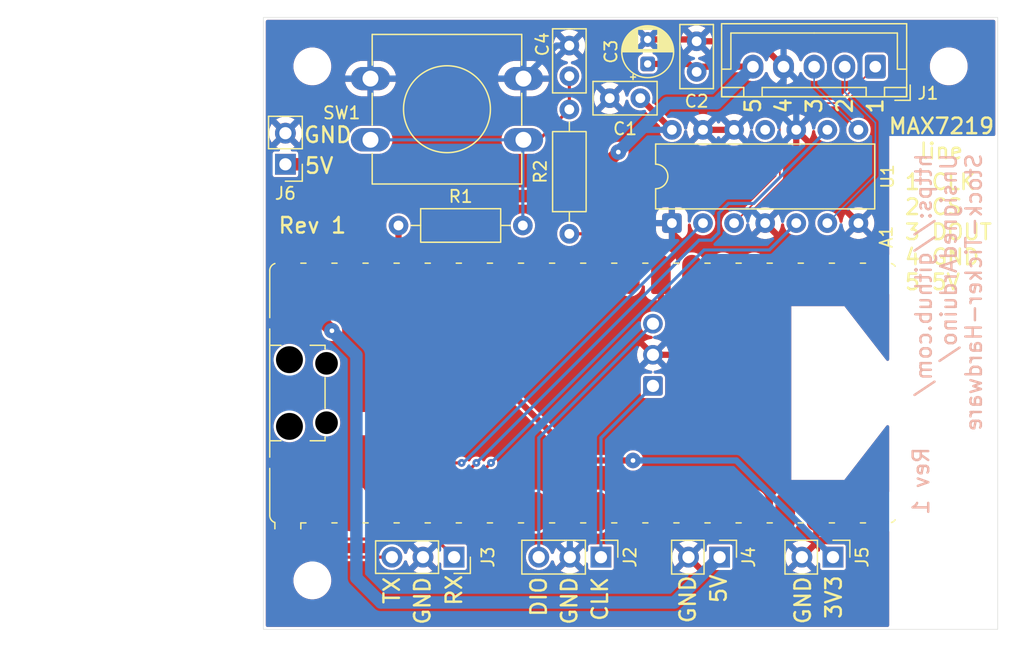
<source format=kicad_pcb>
(kicad_pcb (version 20241229) (generator "pcbnew") (generator_version "9.0")
  (title_block (title "Stock Ticker Hardware") (rev "${VERSION}"))
  (layers (0 "F.Cu" mixed) (2 "B.Cu" mixed) (13 "F.Paste" user) (15 "B.Paste" user) (5 "F.SilkS" user "F.Silkscreen") (7 "B.SilkS" user "B.Silkscreen") (1 "F.Mask" user) (3 "B.Mask" user) (25 "Edge.Cuts" user))
  (property "VERSION" "1")
  (net 0 "")
  (net 12 "/UART0_TX")
  (net 14 "GND")
  (net 16 "/CLK")
  (net 17 "/CS")
  (net 22 "Net-(A1-GPIO22)")
  (net 24 "+3.3V")
  (net 26 "/DOUT")
  (net 29 "/UART0_RX")
  (net 30 "/SWDIO")
  (net 32 "+5V")
  (net 33 "/SWCLK")
  (net 37 "Net-(J1-Pin_1)")
  (net 38 "Net-(J1-Pin_2)")
  (net 39 "Net-(J1-Pin_3)")
  (net 41 "Net-(C4-Pad1)")
  (footprint "Capacitor_THT:C_Disc_D5.0mm_W2.5mm_P2.50mm" (layer "F.Cu") (at 80.8 56.6 180)
    (property "Reference" "C1" (at 1.25 -2.5 0) (layer "F.SilkS"))
    (property "Value" "0.1 μF")
    (pad "1" thru_hole circle (at 0 0 180) (size 1.6 1.6) (drill 0.8) (layers "*.Cu" "*.Mask") (net 32 "+5V"))
    (pad "2" thru_hole circle (at 2.5 0 180) (size 1.6 1.6) (drill 0.8) (layers "*.Cu" "*.Mask") (net 14 "GND"))
  )
  (footprint "Capacitor_THT:CP_Radial_D4.0mm_P2.00mm" (layer "F.Cu") (at 81.4 53.8 90)
    (property "Reference" "C3" (at 1 -3 90) (layer "F.SilkS"))
    (property "Value" "10 μF")
    (pad "1" thru_hole roundrect (at 0 0 90) (size 1.2 1.2) (drill 0.6) (layers "*.Cu" "*.Mask") (roundrect_rratio 0.208333) (net 32 "+5V"))
    (pad "2" thru_hole circle (at 2 0 90) (size 1.2 1.2) (drill 0.6) (layers "*.Cu" "*.Mask") (net 14 "GND"))
  )
  (footprint "MountingHole:MountingHole_2.7mm_M2.5" (layer "F.Cu") (at 54 54)
    (property "Reference" "H1" (hide yes))
    (property "Value" "MountingHole")
    (pad "" np_thru_hole circle (at 0 0) (size 2.7 2.7) (drill 2.7) (layers "*.Cu" "*.Mask"))
  )
  (footprint "Capacitor_THT:C_Disc_D5.0mm_W2.5mm_P2.50mm" (layer "F.Cu") (at 75 54.8 90)
    (property "Reference" "C4" (at 2.6 -2.2 90) (layer "F.SilkS"))
    (property "Value" "0.1 μF")
    (pad "1" thru_hole circle (at 0 0 90) (size 1.6 1.6) (drill 0.8) (layers "*.Cu" "*.Mask") (net 41 "Net-(C4-Pad1)"))
    (pad "2" thru_hole circle (at 2.5 0 90) (size 1.6 1.6) (drill 0.8) (layers "*.Cu" "*.Mask") (net 14 "GND"))
  )
  (footprint "Connector_PinHeader_2.54mm:PinHeader_1x02_P2.54mm_Vertical" (layer "F.Cu") (at 87.275 94.1 -90)
    (property "Reference" "J4" (at 0 -2.38 90) (layer "F.SilkS"))
    (property "Value" "Conn_01x02_Pin")
    (pad "1" thru_hole rect (at 0 0 270) (size 1.7 1.7) (drill 1) (layers "*.Cu" "*.Mask") (net 32 "+5V"))
    (pad "2" thru_hole circle (at 0 2.54 270) (size 1.7 1.7) (drill 1) (layers "*.Cu" "*.Mask") (net 14 "GND"))
  )
  (footprint "Connector_JST:JST_XH_B5B-XH-A_1x05_P2.50mm_Vertical" (layer "F.Cu") (at 100 54.025 180)
    (property "Reference" "J1" (at -4.3 -2.175 0) (layer "F.SilkS"))
    (property "Value" "Conn_01x05_Socket")
    (pad "1" thru_hole roundrect (at 0 0 180) (size 1.7 1.95) (drill 0.95) (layers "*.Cu" "*.Mask") (roundrect_rratio 0.147059) (net 37 "Net-(J1-Pin_1)"))
    (pad "2" thru_hole oval (at 2.5 0 180) (size 1.7 1.95) (drill 0.95) (layers "*.Cu" "*.Mask") (net 38 "Net-(J1-Pin_2)"))
    (pad "3" thru_hole oval (at 5 0 180) (size 1.7 1.95) (drill 0.95) (layers "*.Cu" "*.Mask") (net 39 "Net-(J1-Pin_3)"))
    (pad "4" thru_hole oval (at 7.5 0 180) (size 1.7 1.95) (drill 0.95) (layers "*.Cu" "*.Mask") (net 14 "GND"))
    (pad "5" thru_hole oval (at 10 0 180) (size 1.7 1.95) (drill 0.95) (layers "*.Cu" "*.Mask") (net 32 "+5V"))
  )
  (footprint "Package_DIP:DIP-14_W7.62mm" (layer "F.Cu") (at 83.38 66.805 90)
    (property "Reference" "U1" (at 3.81 17.62 90) (layer "F.SilkS"))
    (property "Value" "74AHCT125")
    (pad "1" thru_hole roundrect (at 0 0 90) (size 1.6 1.6) (drill 0.8) (layers "*.Cu" "*.Mask") (roundrect_rratio 0.15625) (net 14 "GND"))
    (pad "2" thru_hole circle (at 0 2.54 90) (size 1.6 1.6) (drill 0.8) (layers "*.Cu" "*.Mask") (net 16 "/CLK"))
    (pad "3" thru_hole circle (at 0 5.08 90) (size 1.6 1.6) (drill 0.8) (layers "*.Cu" "*.Mask") (net 37 "Net-(J1-Pin_1)"))
    (pad "4" thru_hole circle (at 0 7.62 90) (size 1.6 1.6) (drill 0.8) (layers "*.Cu" "*.Mask") (net 14 "GND"))
    (pad "5" thru_hole circle (at 0 10.16 90) (size 1.6 1.6) (drill 0.8) (layers "*.Cu" "*.Mask") (net 17 "/CS"))
    (pad "6" thru_hole circle (at 0 12.7 90) (size 1.6 1.6) (drill 0.8) (layers "*.Cu" "*.Mask") (net 38 "Net-(J1-Pin_2)"))
    (pad "7" thru_hole circle (at 0 15.24 90) (size 1.6 1.6) (drill 0.8) (layers "*.Cu" "*.Mask") (net 14 "GND"))
    (pad "8" thru_hole circle (at 7.62 15.24 90) (size 1.6 1.6) (drill 0.8) (layers "*.Cu" "*.Mask") (net 39 "Net-(J1-Pin_3)"))
    (pad "9" thru_hole circle (at 7.62 12.7 90) (size 1.6 1.6) (drill 0.8) (layers "*.Cu" "*.Mask") (net 26 "/DOUT"))
    (pad "10" thru_hole circle (at 7.62 10.16 90) (size 1.6 1.6) (drill 0.8) (layers "*.Cu" "*.Mask") (net 14 "GND"))
    (pad "11" thru_hole circle (at 7.62 7.62 90) (size 1.6 1.6) (drill 0.8) (layers "*.Cu" "*.Mask"))
    (pad "12" thru_hole circle (at 7.62 5.08 90) (size 1.6 1.6) (drill 0.8) (layers "*.Cu" "*.Mask") (net 14 "GND"))
    (pad "13" thru_hole circle (at 7.62 2.54 90) (size 1.6 1.6) (drill 0.8) (layers "*.Cu" "*.Mask") (net 14 "GND"))
    (pad "14" thru_hole circle (at 7.62 0 90) (size 1.6 1.6) (drill 0.8) (layers "*.Cu" "*.Mask") (net 32 "+5V"))
  )
  (footprint "MountingHole:MountingHole_2.7mm_M2.5" (layer "F.Cu") (at 54 96)
    (property "Reference" "H3" (hide yes))
    (property "Value" "MountingHole")
    (pad "" np_thru_hole circle (at 0 0) (size 2.7 2.7) (drill 2.7) (layers "*.Cu" "*.Mask"))
  )
  (footprint "MountingHole:MountingHole_2.7mm_M2.5" (layer "F.Cu") (at 106 54)
    (property "Reference" "H2" (hide yes))
    (property "Value" "MountingHole")
    (pad "" np_thru_hole circle (at 0 0) (size 2.7 2.7) (drill 2.7) (layers "*.Cu" "*.Mask"))
  )
  (footprint "Connector_PinHeader_2.54mm:PinHeader_1x02_P2.54mm_Vertical" (layer "F.Cu") (at 96.54 94.1 -90)
    (property "Reference" "J5" (at 0 -2.38 90) (layer "F.SilkS"))
    (property "Value" "Conn_01x02_Pin")
    (pad "1" thru_hole rect (at 0 0 270) (size 1.7 1.7) (drill 1) (layers "*.Cu" "*.Mask") (net 24 "+3.3V"))
    (pad "2" thru_hole circle (at 0 2.54 270) (size 1.7 1.7) (drill 1) (layers "*.Cu" "*.Mask") (net 14 "GND"))
  )
  (footprint "Capacitor_THT:C_Disc_D5.0mm_W2.5mm_P2.50mm" (layer "F.Cu") (at 85.4 54.45 90)
    (property "Reference" "C2" (at -2.4 0 180) (layer "F.SilkS"))
    (property "Value" "0.1 μF")
    (pad "1" thru_hole circle (at 0 0 90) (size 1.6 1.6) (drill 0.8) (layers "*.Cu" "*.Mask") (net 32 "+5V"))
    (pad "2" thru_hole circle (at 2.5 0 90) (size 1.6 1.6) (drill 0.8) (layers "*.Cu" "*.Mask") (net 14 "GND"))
  )
  (footprint "Connector_PinHeader_2.54mm:PinHeader_1x03_P2.54mm_Vertical" (layer "F.Cu") (at 77.58 94.1 -90)
    (property "Reference" "J2" (at 0 -2.38 90) (layer "F.SilkS"))
    (property "Value" "Conn_01x03_Pin")
    (pad "1" thru_hole rect (at 0 0 270) (size 1.7 1.7) (drill 1) (layers "*.Cu" "*.Mask") (net 33 "/SWCLK"))
    (pad "2" thru_hole circle (at 0 2.54 270) (size 1.7 1.7) (drill 1) (layers "*.Cu" "*.Mask") (net 14 "GND"))
    (pad "3" thru_hole circle (at 0 5.08 270) (size 1.7 1.7) (drill 1) (layers "*.Cu" "*.Mask") (net 30 "/SWDIO"))
  )
  (footprint "Resistor_THT:R_Axial_DIN0207_L6.3mm_D2.5mm_P10.16mm_Horizontal" (layer "F.Cu") (at 61.04 67)
    (property "Reference" "R1" (at 5.08 -2.37 0) (layer "F.SilkS"))
    (property "Value" "10 kΩ")
    (pad "1" thru_hole circle (at 0 0) (size 1.6 1.6) (drill 0.8) (layers "*.Cu" "*.Mask") (net 24 "+3.3V"))
    (pad "2" thru_hole circle (at 10.16 0) (size 1.6 1.6) (drill 0.8) (layers "*.Cu" "*.Mask") (net 41 "Net-(C4-Pad1)"))
  )
  (footprint "Resistor_THT:R_Axial_DIN0207_L6.3mm_D2.5mm_P10.16mm_Horizontal" (layer "F.Cu") (at 75 67.68 90)
    (property "Reference" "R2" (at 5.08 -2.37 90) (layer "F.SilkS"))
    (property "Value" "1 kΩ")
    (pad "1" thru_hole circle (at 0 0 90) (size 1.6 1.6) (drill 0.8) (layers "*.Cu" "*.Mask") (net 22 "Net-(A1-GPIO22)"))
    (pad "2" thru_hole circle (at 10.16 0 90) (size 1.6 1.6) (drill 0.8) (layers "*.Cu" "*.Mask") (net 41 "Net-(C4-Pad1)"))
  )
  (footprint "MountingHole:MountingHole_2.7mm_M2.5" (layer "F.Cu") (at 107 96)
    (property "Reference" "H4" (hide yes))
    (property "Value" "MountingHole")
    (pad "" np_thru_hole circle (at 0 0) (size 2.7 2.7) (drill 2.7) (layers "*.Cu" "*.Mask"))
  )
  (footprint "Connector_PinSocket_2.54mm:PinSocket_1x03_P2.54mm_Vertical" (layer "F.Cu") (at 65.58 94.1 -90)
    (property "Reference" "J3" (at 0 -2.77 90) (layer "F.SilkS"))
    (property "Value" "Conn_01x03_Socket")
    (pad "1" thru_hole rect (at 0 0 270) (size 1.7 1.7) (drill 1) (layers "*.Cu" "*.Mask") (net 29 "/UART0_RX"))
    (pad "2" thru_hole circle (at 0 2.54 270) (size 1.7 1.7) (drill 1) (layers "*.Cu" "*.Mask") (net 14 "GND"))
    (pad "3" thru_hole circle (at 0 5.08 270) (size 1.7 1.7) (drill 1) (layers "*.Cu" "*.Mask") (net 12 "/UART0_TX"))
  )
  (footprint "Module:RaspberryPi_Pico_W_SMD_HandSolder" (layer "F.Cu") (at 76.13 80.69 90)
    (property "Reference" "A1" (at 11.7475 24.765 90) (layer "F.SilkS") (effects (justify left)))
    (property "Value" "RaspberryPi_Pico_W")
    (pad "" smd rect (at -8.89 -24.13 90) (size 3.8 2.2) (drill (offset -0.8 0)) (layers "F.Paste"))
    (pad "" smd rect (at -8.89 -21.59 90) (size 3.8 2.2) (drill (offset -0.8 0)) (layers "F.Paste"))
    (pad "" smd rect (at -8.89 -19.05 90) (size 3.8 2.2) (drill (offset -0.8 0)) (layers "F.Paste"))
    (pad "" smd rect (at -8.89 -16.51 90) (size 3.8 2.2) (drill (offset -0.8 0)) (layers "F.Paste"))
    (pad "" smd rect (at -8.89 -13.97 90) (size 3.8 2.2) (drill (offset -0.8 0)) (layers "F.Paste"))
    (pad "" smd rect (at -8.89 -11.43 90) (size 3.8 2.2) (drill (offset -0.8 0)) (layers "F.Paste"))
    (pad "" smd rect (at -8.89 -8.89 90) (size 3.8 2.2) (drill (offset -0.8 0)) (layers "F.Paste"))
    (pad "" smd rect (at -8.89 -6.35 90) (size 3.8 2.2) (drill (offset -0.8 0)) (layers "F.Paste"))
    (pad "" smd rect (at -8.89 -3.81 90) (size 3.8 2.2) (drill (offset -0.8 0)) (layers "F.Paste"))
    (pad "" smd rect (at -8.89 -1.27 90) (size 3.8 2.2) (drill (offset -0.8 0)) (layers "F.Paste"))
    (pad "" smd rect (at -8.89 1.27 90) (size 3.8 2.2) (drill (offset -0.8 0)) (layers "F.Paste"))
    (pad "" smd rect (at -8.89 3.81 90) (size 3.8 2.2) (drill (offset -0.8 0)) (layers "F.Paste"))
    (pad "" smd rect (at -8.89 6.35 90) (size 3.8 2.2) (drill (offset -0.8 0)) (layers "F.Paste"))
    (pad "" smd rect (at -8.89 8.89 90) (size 3.8 2.2) (drill (offset -0.8 0)) (layers "F.Paste"))
    (pad "" smd rect (at -8.89 11.43 90) (size 3.8 2.2) (drill (offset -0.8 0)) (layers "F.Paste"))
    (pad "" smd rect (at -8.89 13.97 90) (size 3.8 2.2) (drill (offset -0.8 0)) (layers "F.Paste"))
    (pad "" smd rect (at -8.89 16.51 90) (size 3.8 2.2) (drill (offset -0.8 0)) (layers "F.Paste"))
    (pad "" smd rect (at -8.89 19.05 90) (size 3.8 2.2) (drill (offset -0.8 0)) (layers "F.Paste"))
    (pad "" smd rect (at -8.89 21.59 90) (size 3.8 2.2) (drill (offset -0.8 0)) (layers "F.Paste"))
    (pad "" smd rect (at -8.89 24.13 90) (size 3.8 2.2) (drill (offset -0.8 0)) (layers "F.Paste"))
    (pad "" np_thru_hole circle (at -2.725 -24 90) (size 2.2 2.2) (drill 2.2) (layers "*.Mask"))
    (pad "" np_thru_hole circle (at -2.425 -20.97 90) (size 1.85 1.85) (drill 1.85) (layers "*.Mask"))
    (pad "" np_thru_hole circle (at 2.425 -20.97 90) (size 1.85 1.85) (drill 1.85) (layers "*.Mask"))
    (pad "" np_thru_hole circle (at 2.725 -24 90) (size 2.2 2.2) (drill 2.2) (layers "*.Mask"))
    (pad "" smd rect (at 8.89 -24.13 90) (size 3.8 2.2) (drill (offset 0.8 0)) (layers "F.Paste"))
    (pad "" smd rect (at 8.89 -21.59 90) (size 3.8 2.2) (drill (offset 0.8 0)) (layers "F.Paste"))
    (pad "" smd rect (at 8.89 -19.05 90) (size 3.8 2.2) (drill (offset 0.8 0)) (layers "F.Paste"))
    (pad "" smd rect (at 8.89 -16.51 90) (size 3.8 2.2) (drill (offset 0.8 0)) (layers "F.Paste"))
    (pad "" smd rect (at 8.89 -13.97 90) (size 3.8 2.2) (drill (offset 0.8 0)) (layers "F.Paste"))
    (pad "" smd rect (at 8.89 -11.43 90) (size 3.8 2.2) (drill (offset 0.8 0)) (layers "F.Paste"))
    (pad "" smd rect (at 8.89 -8.89 90) (size 3.8 2.2) (drill (offset 0.8 0)) (layers "F.Paste"))
    (pad "" smd rect (at 8.89 -6.35 90) (size 3.8 2.2) (drill (offset 0.8 0)) (layers "F.Paste"))
    (pad "" smd rect (at 8.89 -3.81 90) (size 3.8 2.2) (drill (offset 0.8 0)) (layers "F.Paste"))
    (pad "" smd rect (at 8.89 -1.27 90) (size 3.8 2.2) (drill (offset 0.8 0)) (layers "F.Paste"))
    (pad "" smd rect (at 8.89 1.27 90) (size 3.8 2.2) (drill (offset 0.8 0)) (layers "F.Paste"))
    (pad "" smd rect (at 8.89 3.81 90) (size 3.8 2.2) (drill (offset 0.8 0)) (layers "F.Paste"))
    (pad "" smd rect (at 8.89 6.35 90) (size 3.8 2.2) (drill (offset 0.8 0)) (layers "F.Paste"))
    (pad "" smd rect (at 8.89 8.89 90) (size 3.8 2.2) (drill (offset 0.8 0)) (layers "F.Paste"))
    (pad "" smd rect (at 8.89 11.43 90) (size 3.8 2.2) (drill (offset 0.8 0)) (layers "F.Paste"))
    (pad "" smd rect (at 8.89 13.97 90) (size 3.8 2.2) (drill (offset 0.8 0)) (layers "F.Paste"))
    (pad "" smd rect (at 8.89 16.51 90) (size 3.8 2.2) (drill (offset 0.8 0)) (layers "F.Paste"))
    (pad "" smd rect (at 8.89 19.05 90) (size 3.8 2.2) (drill (offset 0.8 0)) (layers "F.Paste"))
    (pad "" smd rect (at 8.89 21.59 90) (size 3.8 2.2) (drill (offset 0.8 0)) (layers "F.Paste"))
    (pad "" smd rect (at 8.89 24.13 90) (size 3.8 2.2) (drill (offset 0.8 0)) (layers "F.Paste"))
    (pad "1" smd custom (at -9.69 -24.13 90) (size 1.6 0.8) (layers "F.Cu" "F.Mask") (net 12 "/UART0_TX") (options (clearance outline) (anchor rect)) (primitives (gr_circle (center 0.8 0) (end 1.6 0) (width 0) (fill yes)) (gr_poly (pts (xy -1.6 -0.6) (xy -1.6 0.6) (xy -1.4 0.8) (xy 0.8 0.8) (xy 0.8 -0.8) (xy -1.4 -0.8)) (width 0) (fill yes)) (gr_circle (center -1.4 -0.6) (end -1.2 -0.6) (width 0) (fill yes)) (gr_circle (center -1.4 0.6) (end -1.2 0.6) (width 0) (fill yes))))
    (pad "2" smd roundrect (at -9.69 -21.59 90) (size 3.2 1.6) (layers "F.Cu" "F.Mask") (roundrect_rratio 0.5) (net 29 "/UART0_RX"))
    (pad "3" smd custom (at -9.69 -19.05 90) (size 1.6 0.8) (layers "F.Cu" "F.Mask") (net 14 "GND") (options (clearance outline) (anchor rect)) (primitives (gr_circle (center -0.8 0) (end 0 0) (width 0) (fill yes)) (gr_poly (pts (xy 1.6 -0.6) (xy 1.6 0.6) (xy 1.4 0.8) (xy -0.8 0.8) (xy -0.8 -0.8) (xy 1.4 -0.8)) (width 0) (fill yes)) (gr_circle (center 1.4 -0.6) (end 1.6 -0.6) (width 0) (fill yes)) (gr_circle (center 1.4 0.6) (end 1.6 0.6) (width 0) (fill yes))))
    (pad "4" smd roundrect (at -9.69 -16.51 90) (size 3.2 1.6) (layers "F.Cu" "F.Mask") (roundrect_rratio 0.5) (net 16 "/CLK"))
    (pad "5" smd roundrect (at -9.69 -13.97 90) (size 3.2 1.6) (layers "F.Cu" "F.Mask") (roundrect_rratio 0.5) (net 26 "/DOUT"))
    (pad "6" smd roundrect (at -9.69 -11.43 90) (size 3.2 1.6) (layers "F.Cu" "F.Mask") (roundrect_rratio 0.5))
    (pad "7" smd roundrect (at -9.69 -8.89 90) (size 3.2 1.6) (layers "F.Cu" "F.Mask") (roundrect_rratio 0.5) (net 17 "/CS"))
    (pad "8" smd custom (at -9.69 -6.35 90) (size 1.6 0.8) (layers "F.Cu" "F.Mask") (net 14 "GND") (options (clearance outline) (anchor rect)) (primitives (gr_circle (center -0.8 0) (end 0 0) (width 0) (fill yes)) (gr_poly (pts (xy 1.6 -0.6) (xy 1.6 0.6) (xy 1.4 0.8) (xy -0.8 0.8) (xy -0.8 -0.8) (xy 1.4 -0.8)) (width 0) (fill yes)) (gr_circle (center 1.4 -0.6) (end 1.6 -0.6) (width 0) (fill yes)) (gr_circle (center 1.4 0.6) (end 1.6 0.6) (width 0) (fill yes))))
    (pad "9" smd roundrect (at -9.69 -3.81 90) (size 3.2 1.6) (layers "F.Cu" "F.Mask") (roundrect_rratio 0.5))
    (pad "10" smd roundrect (at -9.69 -1.27 90) (size 3.2 1.6) (layers "F.Cu" "F.Mask") (roundrect_rratio 0.5))
    (pad "11" smd roundrect (at -9.69 1.27 90) (size 3.2 1.6) (layers "F.Cu" "F.Mask") (roundrect_rratio 0.5))
    (pad "12" smd roundrect (at -9.69 3.81 90) (size 3.2 1.6) (layers "F.Cu" "F.Mask") (roundrect_rratio 0.5))
    (pad "13" smd custom (at -9.69 6.35 90) (size 1.6 0.8) (layers "F.Cu" "F.Mask") (net 14 "GND") (options (clearance outline) (anchor rect)) (primitives (gr_circle (center -0.8 0) (end 0 0) (width 0) (fill yes)) (gr_poly (pts (xy 1.6 -0.6) (xy 1.6 0.6) (xy 1.4 0.8) (xy -0.8 0.8) (xy -0.8 -0.8) (xy 1.4 -0.8)) (width 0) (fill yes)) (gr_circle (center 1.4 -0.6) (end 1.6 -0.6) (width 0) (fill yes)) (gr_circle (center 1.4 0.6) (end 1.6 0.6) (width 0) (fill yes))))
    (pad "14" smd roundrect (at -9.69 8.89 90) (size 3.2 1.6) (layers "F.Cu" "F.Mask") (roundrect_rratio 0.5))
    (pad "15" smd roundrect (at -9.69 11.43 90) (size 3.2 1.6) (layers "F.Cu" "F.Mask") (roundrect_rratio 0.5))
    (pad "16" smd roundrect (at -9.69 13.97 90) (size 3.2 1.6) (layers "F.Cu" "F.Mask") (roundrect_rratio 0.5))
    (pad "17" smd roundrect (at -9.69 16.51 90) (size 3.2 1.6) (layers "F.Cu" "F.Mask") (roundrect_rratio 0.5))
    (pad "18" smd custom (at -9.69 19.05 90) (size 1.6 0.8) (layers "F.Cu" "F.Mask") (net 14 "GND") (options (clearance outline) (anchor rect)) (primitives (gr_circle (center -0.8 0) (end 0 0) (width 0) (fill yes)) (gr_poly (pts (xy 1.6 -0.6) (xy 1.6 0.6) (xy 1.4 0.8) (xy -0.8 0.8) (xy -0.8 -0.8) (xy 1.4 -0.8)) (width 0) (fill yes)) (gr_circle (center 1.4 -0.6) (end 1.6 -0.6) (width 0) (fill yes)) (gr_circle (center 1.4 0.6) (end 1.6 0.6) (width 0) (fill yes))))
    (pad "19" smd roundrect (at -9.69 21.59 90) (size 3.2 1.6) (layers "F.Cu" "F.Mask") (roundrect_rratio 0.5))
    (pad "20" smd roundrect (at -9.69 24.13 90) (size 3.2 1.6) (layers "F.Cu" "F.Mask") (roundrect_rratio 0.5))
    (pad "21" smd roundrect (at 9.69 24.13 90) (size 3.2 1.6) (layers "F.Cu" "F.Mask") (roundrect_rratio 0.5))
    (pad "22" smd roundrect (at 9.69 21.59 90) (size 3.2 1.6) (layers "F.Cu" "F.Mask") (roundrect_rratio 0.5))
    (pad "23" smd custom (at 9.69 19.05 90) (size 1.6 0.8) (layers "F.Cu" "F.Mask") (net 14 "GND") (options (clearance outline) (anchor rect)) (primitives (gr_circle (center 0.8 0) (end 1.6 0) (width 0) (fill yes)) (gr_poly (pts (xy -1.6 -0.6) (xy -1.6 0.6) (xy -1.4 0.8) (xy 0.8 0.8) (xy 0.8 -0.8) (xy -1.4 -0.8)) (width 0) (fill yes)) (gr_circle (center -1.4 -0.6) (end -1.2 -0.6) (width 0) (fill yes)) (gr_circle (center -1.4 0.6) (end -1.2 0.6) (width 0) (fill yes))))
    (pad "24" smd roundrect (at 9.69 16.51 90) (size 3.2 1.6) (layers "F.Cu" "F.Mask") (roundrect_rratio 0.5))
    (pad "25" smd roundrect (at 9.69 13.97 90) (size 3.2 1.6) (layers "F.Cu" "F.Mask") (roundrect_rratio 0.5))
    (pad "26" smd roundrect (at 9.69 11.43 90) (size 3.2 1.6) (layers "F.Cu" "F.Mask") (roundrect_rratio 0.5))
    (pad "27" smd roundrect (at 9.69 8.89 90) (size 3.2 1.6) (layers "F.Cu" "F.Mask") (roundrect_rratio 0.5))
    (pad "28" smd custom (at 9.69 6.35 90) (size 1.6 0.8) (layers "F.Cu" "F.Mask") (net 14 "GND") (options (clearance outline) (anchor rect)) (primitives (gr_circle (center 0.8 0) (end 1.6 0) (width 0) (fill yes)) (gr_poly (pts (xy -1.6 -0.6) (xy -1.6 0.6) (xy -1.4 0.8) (xy 0.8 0.8) (xy 0.8 -0.8) (xy -1.4 -0.8)) (width 0) (fill yes)) (gr_circle (center -1.4 -0.6) (end -1.2 -0.6) (width 0) (fill yes)) (gr_circle (center -1.4 0.6) (end -1.2 0.6) (width 0) (fill yes))))
    (pad "29" smd roundrect (at 9.69 3.81 90) (size 3.2 1.6) (layers "F.Cu" "F.Mask") (roundrect_rratio 0.5) (net 22 "Net-(A1-GPIO22)"))
    (pad "30" smd roundrect (at 9.69 1.27 90) (size 3.2 1.6) (layers "F.Cu" "F.Mask") (roundrect_rratio 0.5))
    (pad "31" smd roundrect (at 9.69 -1.27 90) (size 3.2 1.6) (layers "F.Cu" "F.Mask") (roundrect_rratio 0.5))
    (pad "32" smd roundrect (at 9.69 -3.81 90) (size 3.2 1.6) (layers "F.Cu" "F.Mask") (roundrect_rratio 0.5))
    (pad "33" smd custom (at 9.69 -6.35 90) (size 1.6 0.8) (layers "F.Cu" "F.Mask") (options (clearance outline) (anchor rect)) (primitives (gr_circle (center 0.8 0) (end 1.6 0) (width 0) (fill yes)) (gr_poly (pts (xy -1.6 -0.6) (xy -1.6 0.6) (xy -1.4 0.8) (xy 0.8 0.8) (xy 0.8 -0.8) (xy -1.4 -0.8)) (width 0) (fill yes)) (gr_circle (center -1.4 -0.6) (end -1.2 -0.6) (width 0) (fill yes)) (gr_circle (center -1.4 0.6) (end -1.2 0.6) (width 0) (fill yes))))
    (pad "34" smd roundrect (at 9.69 -8.89 90) (size 3.2 1.6) (layers "F.Cu" "F.Mask") (roundrect_rratio 0.5))
    (pad "35" smd roundrect (at 9.69 -11.43 90) (size 3.2 1.6) (layers "F.Cu" "F.Mask") (roundrect_rratio 0.5))
    (pad "36" smd roundrect (at 9.69 -13.97 90) (size 3.2 1.6) (layers "F.Cu" "F.Mask") (roundrect_rratio 0.5) (net 24 "+3.3V"))
    (pad "37" smd roundrect (at 9.69 -16.51 90) (size 3.2 1.6) (layers "F.Cu" "F.Mask") (roundrect_rratio 0.5))
    (pad "38" smd custom (at 9.69 -19.05 90) (size 1.6 0.8) (layers "F.Cu" "F.Mask") (net 14 "GND") (options (clearance outline) (anchor rect)) (primitives (gr_circle (center 0.8 0) (end 1.6 0) (width 0) (fill yes)) (gr_poly (pts (xy -1.6 -0.6) (xy -1.6 0.6) (xy -1.4 0.8) (xy 0.8 0.8) (xy 0.8 -0.8) (xy -1.4 -0.8)) (width 0) (fill yes)) (gr_circle (center -1.4 -0.6) (end -1.2 -0.6) (width 0) (fill yes)) (gr_circle (center -1.4 0.6) (end -1.2 0.6) (width 0) (fill yes))))
    (pad "39" smd roundrect (at 9.69 -21.59 90) (size 3.2 1.6) (layers "F.Cu" "F.Mask") (roundrect_rratio 0.5))
    (pad "40" smd roundrect (at 9.69 -24.13 90) (size 3.2 1.6) (layers "F.Cu" "F.Mask") (roundrect_rratio 0.5) (net 32 "+5V"))
    (pad "D1" thru_hole roundrect (at 0.5841 5.7 90) (size 1.6 1.6) (drill 1) (layers "*.Cu" "*.Mask") (roundrect_rratio 0.125) (net 33 "/SWCLK"))
    (pad "D2" thru_hole circle (at 3.1241 5.7 90) (size 1.6 1.6) (drill 1) (layers "*.Cu" "*.Mask") (net 14 "GND"))
    (pad "D3" thru_hole circle (at 5.6641 5.7 90) (size 1.6 1.6) (drill 1) (layers "*.Cu" "*.Mask") (net 30 "/SWDIO"))
    (zone (net 0) (net_name "") (layers "F.Cu" "B.Cu" "F.Paste" "B.Paste") (name "RF Copper Keep Out") (connect_pads (clearance 0)) (min_thickness 0.254)
      (keepout (tracks not_allowed) (vias not_allowed) (pads not_allowed) (copperpour not_allowed) (footprints not_allowed))
      (fill (thermal_gap 0.508) (thermal_bridge_width 0.508))
      (polygon (pts (xy 101.13 101.69) (xy 101.13 59.69) (xy 111.13 59.69) (xy 111.13 101.69)))
    )
    (zone (net 0) (net_name "") (layers "F.Cu" "B.Cu" "F.Paste" "B.Paste") (name "Antenna Copper Keep Out") (connect_pads (clearance 0)) (min_thickness 0.254)
      (keepout (tracks not_allowed) (vias not_allowed) (pads not_allowed) (copperpour not_allowed) (footprints not_allowed))
      (fill (thermal_gap 0.508) (thermal_bridge_width 0.508))
      (polygon (pts (xy 101.119895 83.09) (xy 97.469895 87.79) (xy 93.13 87.79) (xy 93.13 73.59) (xy 97.469895 73.59) (xy 101.119895 78.29) (xy 101.13 78.29) (xy 101.13 83.09)))
    )
    (zone (net 0) (net_name "") (layers "F.Cu" "F.Paste") (name "Pad Keep Out TP3") (connect_pads (clearance 0)) (min_thickness 0.25)
      (keepout (tracks not_allowed) (vias not_allowed) (pads not_allowed) (copperpour not_allowed) (footprints allowed))
      (fill (thermal_gap 0.5) (thermal_bridge_width 0.5))
      (polygon (pts (xy 51.314455 82.637861) (xy 51.187833 82.603932) (xy 51.074306 82.538388) (xy 50.981612 82.445694) (xy 50.916068 82.332167) (xy 50.882139 82.205545) (xy 50.88 82.14) (xy 50.88 81.69) (xy 52.78 81.69) (xy 52.78 82.14) (xy 52.777861 82.205545) (xy 52.743932 82.332167) (xy 52.678388 82.445694) (xy 52.585694 82.538388) (xy 52.472167 82.603932) (xy 52.345545 82.637861) (xy 52.28 82.64) (xy 51.38 82.64)))
    )
    (zone (net 0) (net_name "") (layers "F.Cu" "F.Paste") (name "Pad Keep Out TP2") (connect_pads (clearance 0)) (min_thickness 0.25)
      (keepout (tracks not_allowed) (vias not_allowed) (pads not_allowed) (copperpour not_allowed) (footprints allowed))
      (fill (thermal_gap 0.5) (thermal_bridge_width 0.5))
      (polygon (pts (xy 51.329455 80.637861) (xy 51.202833 80.603932) (xy 51.089306 80.538388) (xy 50.996612 80.445694) (xy 50.931068 80.332167) (xy 50.897139 80.205545) (xy 50.895 80.14) (xy 50.895 79.69) (xy 52.795 79.69) (xy 52.795 80.14) (xy 52.792861 80.205545) (xy 52.758932 80.332167) (xy 52.693388 80.445694) (xy 52.600694 80.538388) (xy 52.487167 80.603932) (xy 52.360545 80.637861) (xy 52.295 80.64) (xy 51.395 80.64)))
    )
    (zone (net 0) (net_name "") (layers "F.Cu" "F.Paste") (name "Pad Keep Out TP3") (connect_pads (clearance 0)) (min_thickness 0.25)
      (keepout (tracks not_allowed) (vias not_allowed) (pads not_allowed) (copperpour not_allowed) (footprints allowed))
      (fill (thermal_gap 0.5) (thermal_bridge_width 0.5))
      (polygon (pts (xy 52.78 81.69) (xy 52.78 81.24) (xy 52.777861 81.174455) (xy 52.743933 81.047833) (xy 52.678388 80.934306) (xy 52.585694 80.841612) (xy 52.472167 80.776067) (xy 52.345545 80.742139) (xy 52.28 80.74) (xy 51.38 80.74) (xy 51.314455 80.742139) (xy 51.187833 80.776067) (xy 51.074306 80.841612) (xy 50.981612 80.934306) (xy 50.916067 81.047833) (xy 50.882139 81.174455) (xy 50.88 81.24) (xy 50.88 81.69)))
    )
    (zone (net 0) (net_name "") (layers "F.Cu" "F.Paste") (name "Pad Keep Out TP2") (connect_pads (clearance 0)) (min_thickness 0.25)
      (keepout (tracks not_allowed) (vias not_allowed) (pads not_allowed) (copperpour not_allowed) (footprints allowed))
      (fill (thermal_gap 0.5) (thermal_bridge_width 0.5))
      (polygon (pts (xy 52.795 79.69) (xy 52.795 79.24) (xy 52.792861 79.174455) (xy 52.758933 79.047833) (xy 52.693388 78.934306) (xy 52.600694 78.841612) (xy 52.487167 78.776067) (xy 52.360545 78.742139) (xy 52.295 78.74) (xy 51.395 78.74) (xy 51.329455 78.742139) (xy 51.202833 78.776067) (xy 51.089306 78.841612) (xy 50.996612 78.934306) (xy 50.931067 79.047833) (xy 50.897139 79.174455) (xy 50.895 79.24) (xy 50.895 79.69)))
    )
    (zone (net 0) (net_name "") (layers "F.Cu" "F.Paste") (name "Pad Keep Out TP1") (connect_pads (clearance 0)) (min_thickness 0.25)
      (keepout (tracks not_allowed) (vias not_allowed) (pads not_allowed) (copperpour not_allowed) (footprints allowed))
      (fill (thermal_gap 0.5) (thermal_bridge_width 0.5))
      (polygon (pts (xy 54.614455 81.637861) (xy 54.487833 81.603932) (xy 54.374306 81.538388) (xy 54.281612 81.445694) (xy 54.216068 81.332167) (xy 54.182139 81.205545) (xy 54.18 81.14) (xy 54.18 80.69) (xy 56.08 80.69) (xy 56.08 81.14) (xy 56.077861 81.205545) (xy 56.043932 81.332167) (xy 55.978388 81.445694) (xy 55.885694 81.538388) (xy 55.772167 81.603932) (xy 55.645545 81.637861) (xy 55.58 81.64) (xy 54.68 81.64)))
    )
    (zone (net 0) (net_name "") (layers "F.Cu" "F.Paste") (name "Pad Keep Out TP1") (connect_pads (clearance 0)) (min_thickness 0.25)
      (keepout (tracks not_allowed) (vias not_allowed) (pads not_allowed) (copperpour not_allowed) (footprints allowed))
      (fill (thermal_gap 0.5) (thermal_bridge_width 0.5))
      (polygon (pts (xy 56.08 80.69) (xy 56.08 80.24) (xy 56.077861 80.174455) (xy 56.043933 80.047833) (xy 55.978388 79.934306) (xy 55.885694 79.841612) (xy 55.772167 79.776067) (xy 55.645545 79.742139) (xy 55.58 79.74) (xy 54.68 79.74) (xy 54.614455 79.742139) (xy 54.487833 79.776067) (xy 54.374306 79.841612) (xy 54.281612 79.934306) (xy 54.216067 80.047833) (xy 54.182139 80.174455) (xy 54.18 80.24) (xy 54.18 80.69)))
    )
    (zone (net 0) (net_name "") (layers "F.Cu" "F.Paste") (name "Pad Keep Out TP4") (connect_pads (clearance 0)) (min_thickness 0.25)
      (keepout (tracks not_allowed) (vias not_allowed) (pads not_allowed) (copperpour not_allowed) (footprints allowed))
      (fill (thermal_gap 0.5) (thermal_bridge_width 0.5))
      (polygon (pts (xy 61.88 82.24) (xy 58.18 82.24) (xy 58.114455 82.242139) (xy 57.987833 82.276067) (xy 57.874306 82.341612) (xy 57.781612 82.434306) (xy 57.716067 82.547833) (xy 57.682139 82.674455) (xy 57.68 82.74) (xy 57.68 83.64) (xy 57.682139 83.705545) (xy 57.716067 83.832167) (xy 57.781612 83.945694) (xy 57.874306 84.038388) (xy 57.987833 84.103933) (xy 58.114455 84.137861) (xy 58.18 84.14) (xy 61.88 84.14)))
    )
    (zone (net 0) (net_name "") (layers "F.Cu" "F.Paste") (name "Pad Keep Out TP6") (connect_pads (clearance 0)) (min_thickness 0.25)
      (keepout (tracks not_allowed) (vias not_allowed) (pads not_allowed) (copperpour not_allowed) (footprints allowed))
      (fill (thermal_gap 0.5) (thermal_bridge_width 0.5))
      (polygon (pts (xy 66.077861 83.705545) (xy 66.043932 83.832167) (xy 65.978388 83.945694) (xy 65.885694 84.038388) (xy 65.772167 84.103932) (xy 65.645545 84.137861) (xy 65.58 84.14) (xy 61.88 84.14) (xy 61.88 82.24) (xy 65.58 82.24) (xy 65.645545 82.242139) (xy 65.772167 82.276068) (xy 65.885694 82.341612) (xy 65.978388 82.434306) (xy 66.043932 82.547833) (xy 66.077861 82.674455) (xy 66.08 82.74) (xy 66.08 83.64)))
    )
  )
  (footprint "Button_Switch_THT:SW_PUSH-12mm" (layer "F.Cu") (at 71.25 60 180)
    (property "Reference" "SW1" (at 14.85 2.2 0) (layer "F.SilkS"))
    (property "Value" "SW_Push")
    (pad "1" thru_hole oval (at 0 0 180) (size 3.2 1.9) (drill 1.3) (layers "*.Cu" "*.Mask") (net 41 "Net-(C4-Pad1)"))
    (pad "1" thru_hole oval (at 12.5 0 180) (size 3.2 1.9) (drill 1.3) (layers "*.Cu" "*.Mask") (net 41 "Net-(C4-Pad1)"))
    (pad "2" thru_hole oval (at 0 5 180) (size 3.2 1.9) (drill 1.3) (layers "*.Cu" "*.Mask") (net 14 "GND"))
    (pad "2" thru_hole oval (at 12.5 5 180) (size 3.2 1.9) (drill 1.3) (layers "*.Cu" "*.Mask") (net 14 "GND"))
  )
  (footprint "Connector_PinHeader_2.54mm:PinHeader_1x02_P2.54mm_Vertical" (layer "F.Cu") (at 51.8 62 180)
    (property "Reference" "J6" (at 0 -2.38 0) (layer "F.SilkS"))
    (property "Value" "Conn_01x02_Pin")
    (pad "1" thru_hole rect (at 0 0 180) (size 1.7 1.7) (drill 1) (layers "*.Cu" "*.Mask") (net 32 "+5V"))
    (pad "2" thru_hole circle (at 0 2.54 180) (size 1.7 1.7) (drill 1) (layers "*.Cu" "*.Mask") (net 14 "GND"))
  )
  (gr_rect (start 50 50) (end 110 100) (stroke (width 0.0381)) (fill no) (layer "Edge.Cuts"))
  (gr_text "GND" (at 63 95.6 90) (layer "F.SilkS") (effects (font (size 1.27 1.27) (thickness 0.2)) (justify right)))
  (gr_text "4" (at 92.5 56.485 90) (layer "F.SilkS") (effects (font (size 1.27 1.27) (thickness 0.2)) (justify right)))
  (gr_text "CLK" (at 77.5 95.6 90) (layer "F.SilkS") (effects (font (size 1.27 1.27) (thickness 0.2)) (justify right)))
  (gr_text "DIO" (at 72.5 95.6 90) (layer "F.SilkS") (effects (font (size 1.27 1.27) (thickness 0.2)) (justify right)))
  (gr_text "3" (at 95 56.475 90) (layer "F.SilkS") (effects (font (size 1.27 1.27) (thickness 0.2)) (justify right)))
  (gr_text "2" (at 97.5 56.475 90) (layer "F.SilkS") (effects (font (size 1.27 1.27) (thickness 0.2)) (justify right)))
  (gr_text "Rev ${VERSION}" (at 54 67 0) (layer "F.SilkS") (effects (font (size 1.27 1.27) (thickness 0.2))))
  (gr_text "5" (at 90 56.475 90) (layer "F.SilkS") (effects (font (size 1.27 1.27) (thickness 0.2)) (justify right)))
  (gr_text "MAX7219\nline" (at 105.4 59.9 0) (layer "F.SilkS") (effects (font (size 1.27 1.27) (thickness 0.2))))
  (gr_text "3V3" (at 96.6 95.48 90) (layer "F.SilkS") (effects (font (size 1.27 1.27) (thickness 0.2)) (justify right)))
  (gr_text "RX" (at 65.58 95.43 90) (layer "F.SilkS") (effects (font (size 1.27 1.27) (thickness 0.2)) (justify right)))
  (gr_text "GND" (at 84.68 95.48 90) (layer "F.SilkS") (effects (font (size 1.27 1.27) (thickness 0.2)) (justify right)))
  (gr_text "TX" (at 60.5 95.6 90) (layer "F.SilkS") (effects (font (size 1.27 1.27) (thickness 0.2)) (justify right)))
  (gr_text "GND" (at 94.08 95.56 90) (layer "F.SilkS") (effects (font (size 1.27 1.27) (thickness 0.2)) (justify right)))
  (gr_text "GND" (at 53.2 59.6 0) (layer "F.SilkS") (effects (font (size 1.27 1.27) (thickness 0.2)) (justify left)))
  (gr_text "5V" (at 87.2 95.4 90) (layer "F.SilkS") (effects (font (size 1.27 1.27) (thickness 0.2)) (justify right)))
  (gr_text "1" (at 100 56.5 90) (layer "F.SilkS") (effects (font (size 1.27 1.27) (thickness 0.2)) (justify right)))
  (gr_text "GND" (at 75 95.6 90) (layer "F.SilkS") (effects (font (size 1.27 1.27) (thickness 0.2)) (justify right)))
  (gr_text "5V" (at 53.28 62.12 0) (layer "F.SilkS") (effects (font (size 1.27 1.27) (thickness 0.2)) (justify left)))
  (gr_text "1 CLK\n2 CS\n3 DOUT\n4 GND\n5 5V" (at 102.3 62.7 0) (layer "F.SilkS") (effects (font (size 1.27 1.27) (thickness 0.2)) (justify left top)))
  (gr_text "https://github.com/\nUnsignedArduino/\nStock-Ticker-Hardware" (at 106 61 90) (layer "B.SilkS") (effects (font (size 1.27 1.27) (thickness 0.2)) (justify left mirror)))
  (gr_text "Rev ${VERSION}" (at 103 85 90) (layer "B.SilkS") (effects (font (size 1.27 1.27) (thickness 0.2)) (justify left top mirror)))
  (segment (start 54.115 94.1) (end 60.5 94.1) (width 0.254) (layer "F.Cu") (net 12))
  (segment (start 52 91.985) (end 54.115 94.1) (width 0.254) (layer "F.Cu") (net 12))
  (segment (start 52 90.38) (end 52 91.985) (width 0.254) (layer "F.Cu") (net 12))
  (segment (start 86.835 96.2) (end 92 96.2) (width 0.508) (layer "F.Cu") (net 14))
  (segment (start 85.25 51.8) (end 85.4 51.95) (width 0.508) (layer "F.Cu") (net 14))
  (segment (start 57.08 70.529584) (end 57.08 71) (width 0.508) (layer "F.Cu") (net 14))
  (segment (start 82.635 96.2) (end 84.735 94.1) (width 0.508) (layer "F.Cu") (net 14))
  (segment (start 82.48 81.92) (end 82.48 90.38) (width 0.508) (layer "F.Cu") (net 14))
  (segment (start 82.48 91.845) (end 82.48 90.38) (width 0.508) (layer "F.Cu") (net 14))
  (segment (start 77.14 96.2) (end 82.635 96.2) (width 0.508) (layer "F.Cu") (net 14))
  (segment (start 95.18 92.92) (end 95.18 90.38) (width 0.508) (layer "F.Cu") (net 14))
  (segment (start 75.04 94.1) (end 77.14 96.2) (width 0.508) (layer "F.Cu") (net 14))
  (segment (start 84.735 94.1) (end 82.48 91.845) (width 0.508) (layer "F.Cu") (net 14))
  (segment (start 93.54 61.725) (end 93.54 64.265) (width 0.508) (layer "F.Cu") (net 14))
  (segment (start 83.4 77.6) (end 83.4 81) (width 0.508) (layer "F.Cu") (net 14))
  (segment (start 95.18 70.529584) (end 93.250416 68.6) (width 0.508) (layer "F.Cu") (net 14))
  (segment (start 83.3659 77.5659) (end 83.4 77.6) (width 0.508) (layer "F.Cu") (net 14))
  (segment (start 63.04 94.1) (end 65.14 96.2) (width 0.508) (layer "F.Cu") (net 14))
  (segment (start 91.005 66.805) (end 92.8 68.6) (width 0.508) (layer "F.Cu") (net 14))
  (segment (start 93.54 59.185) (end 93.54 61.725) (width 0.508) (layer "F.Cu") (net 14))
  (segment (start 71.25 55) (end 71.7 55) (width 0.508) (layer "F.Cu") (net 14))
  (segment (start 84.4 68.6) (end 82.48 70.52) (width 0.508) (layer "F.Cu") (net 14))
  (segment (start 94.675 65.4) (end 93.54 64.265) (width 0.508) (layer "F.Cu") (net 14))
  (segment (start 91 66.805) (end 91.005 66.805) (width 0.508) (layer "F.Cu") (net 14))
  (segment (start 57.08 82) (end 57.08 71) (width 0.508) (layer "F.Cu") (net 14))
  (segment (start 94 94.1) (end 95.18 92.92) (width 0.508) (layer "F.Cu") (net 14))
  (segment (start 65.14 96.2) (end 68.4 96.2) (width 0.508) (layer "F.Cu") (net 14))
  (segment (start 69.78 94.82) (end 68.4 96.2) (width 0.508) (layer "F.Cu") (net 14))
  (segment (start 57.08 90.38) (end 57.08 82) (width 0.508) (layer "F.Cu") (net 14))
  (segment (start 92 96.2) (end 92 96.1) (width 0.508) (layer "F.Cu") (net 14))
  (segment (start 83.38 61.725) (end 83.38 66.805) (width 0.508) (layer "F.Cu") (net 14))
  (segment (start 85.4 51.95) (end 90.425 51.95) (width 0.508) (layer "F.Cu") (net 14))
  (segment (start 83.38 67.58) (end 84.4 68.6) (width 0.508) (layer "F.Cu") (net 14))
  (segment (start 84.735 94.1) (end 86.835 96.2) (width 0.508) (layer "F.Cu") (net 14))
  (segment (start 69.78 90.38) (end 69.78 94.78) (width 0.508) (layer "F.Cu") (net 14))
  (segment (start 69.78 94.78) (end 71.2 96.2) (width 0.508) (layer "F.Cu") (net 14))
  (segment (start 83.38 66.805) (end 83.38 67.58) (width 0.508) (layer "F.Cu") (net 14))
  (segment (start 81.83 77.5659) (end 83.3659 77.5659) (width 0.508) (layer "F.Cu") (net 14))
  (segment (start 92 96.1) (end 94 94.1) (width 0.508) (layer "F.Cu") (net 14))
  (segment (start 83.4 73.8) (end 83.4 77.6) (width 0.508) (layer "F.Cu") (net 14))
  (segment (start 72.94 96.2) (end 75.04 94.1) (width 0.508) (layer "F.Cu") (net 14))
  (segment (start 88.46 59.185) (end 85.92 59.185) (width 0.508) (layer "F.Cu") (net 14))
  (segment (start 93.250416 68.6) (end 92.8 68.6) (width 0.508) (layer "F.Cu") (net 14))
  (segment (start 78.3 56.6) (end 83.38 61.68) (width 0.508) (layer "F.Cu") (net 14))
  (segment (start 92.8 68.6) (end 89.2 68.6) (width 0.508) (layer "F.Cu") (net 14))
  (segment (start 83.38 61.68) (end 83.38 61.725) (width 0.508) (layer "F.Cu") (net 14))
  (segment (start 90.425 51.95) (end 92.5 54.025) (width 0.508) (layer "F.Cu") (net 14))
  (segment (start 89.2 68.6) (end 84.4 68.6) (width 0.508) (layer "F.Cu") (net 14))
  (segment (start 82.48 71) (end 82.48 72.88) (width 0.508) (layer "F.Cu") (net 14))
  (segment (start 91 66.805) (end 90.995 66.805) (width 0.508) (layer "F.Cu") (net 14))
  (segment (start 82.48 70.52) (end 82.48 71) (width 0.508) (layer "F.Cu") (net 14))
  (segment (start 71.2 96.2) (end 72.94 96.2) (width 0.508) (layer "F.Cu") (net 14))
  (segment (start 81.4 51.8) (end 85.25 51.8) (width 0.508) (layer "F.Cu") (net 14))
  (segment (start 95.18 71) (end 95.18 70.529584) (width 0.508) (layer "F.Cu") (net 14))
  (segment (start 98.62 66.805) (end 97.215 65.4) (width 0.508) (layer "F.Cu") (net 14))
  (segment (start 69.78 94.78) (end 69.78 94.82) (width 0.508) (layer "F.Cu") (net 14))
  (segment (start 97.215 65.4) (end 94.675 65.4) (width 0.508) (layer "F.Cu") (net 14))
  (segment (start 93.54 64.265) (end 91 66.805) (width 0.508) (layer "F.Cu") (net 14))
  (segment (start 82.48 72.88) (end 83.4 73.8) (width 0.508) (layer "F.Cu") (net 14))
  (segment (start 85.92 59.185) (end 83.38 61.725) (width 0.508) (layer "F.Cu") (net 14))
  (segment (start 83.4 81) (end 82.48 81.92) (width 0.508) (layer "F.Cu") (net 14))
  (segment (start 90.995 66.805) (end 89.2 68.6) (width 0.508) (layer "F.Cu") (net 14))
  (segment (start 75.04 94.1) (end 75.04 84.3559) (width 0.508) (layer "B.Cu") (net 14))
  (segment (start 81.83 77.5659) (end 75.04 84.3559) (width 0.508) (layer "B.Cu") (net 14))
  (segment (start 92.5 55.145) (end 88.46 59.185) (width 0.508) (layer "B.Cu") (net 14))
  (segment (start 93.54 55.065) (end 93.54 59.185) (width 0.508) (layer "B.Cu") (net 14))
  (segment (start 92.5 54.025) (end 93.54 55.065) (width 0.508) (layer "B.Cu") (net 14))
  (segment (start 56.26 55) (end 58.75 55) (width 0.508) (layer "B.Cu") (net 14))
  (segment (start 73.95 52.3) (end 75 52.3) (width 0.508) (layer "B.Cu") (net 14))
  (segment (start 71.25 55) (end 73.95 52.3) (width 0.508) (layer "B.Cu") (net 14))
  (segment (start 92.5 54.025) (end 92.5 55.145) (width 0.508) (layer "B.Cu") (net 14))
  (segment (start 58.75 55) (end 71.25 55) (width 0.508) (layer "B.Cu") (net 14))
  (segment (start 51.8 59.46) (end 56.26 55) (width 0.508) (layer "B.Cu") (net 14))
  (segment (start 59.62 88.78) (end 59.62 90.38) (width 0.254) (layer "F.Cu") (net 16))
  (segment (start 66.2 86.4) (end 62 86.4) (width 0.254) (layer "F.Cu") (net 16))
  (segment (start 62 86.4) (end 59.62 88.78) (width 0.254) (layer "F.Cu") (net 16))
  (via (at 66.2 86.4) (size 0.635) (drill 0.1905) (layers "F.Cu" "B.Cu") (net 16))
  (segment (start 85.92 66.805) (end 66.325 86.4) (width 0.254) (layer "B.Cu") (net 16))
  (segment (start 66.325 86.4) (end 66.2 86.4) (width 0.254) (layer "B.Cu") (net 16))
  (segment (start 67.24 87.76) (end 68.6 86.4) (width 0.254) (layer "F.Cu") (net 17))
  (segment (start 67.24 87.76) (end 67.24 90.38) (width 0.254) (layer "F.Cu") (net 17))
  (via (at 68.6 86.4) (size 0.635) (drill 0.1905) (layers "F.Cu" "B.Cu") (net 17))
  (segment (start 68.6 86.4) (end 86 69) (width 0.254) (layer "B.Cu") (net 17))
  (segment (start 86 69) (end 91.345 69) (width 0.254) (layer "B.Cu") (net 17))
  (segment (start 91.345 69) (end 93.54 66.805) (width 0.254) (layer "B.Cu") (net 17))
  (segment (start 75 67.68) (end 78.22 67.68) (width 0.254) (layer "F.Cu") (net 22))
  (segment (start 78.22 67.68) (end 79.94 69.4) (width 0.254) (layer "F.Cu") (net 22))
  (segment (start 79.94 69.4) (end 79.94 71) (width 0.254) (layer "F.Cu") (net 22))
  (segment (start 62.16 71) (end 62.16 72.6) (width 0.508) (layer "F.Cu") (net 24))
  (segment (start 62.16 69.36) (end 61.04 68.24) (width 0.508) (layer "F.Cu") (net 24))
  (segment (start 62.16 71) (end 62.16 69.36) (width 0.508) (layer "F.Cu") (net 24))
  (segment (start 61.04 68.24) (end 61.04 67) (width 0.508) (layer "F.Cu") (net 24))
  (segment (start 75.76 86.2) (end 80.2 86.2) (width 0.508) (layer "F.Cu") (net 24))
  (segment (start 62.16 72.6) (end 75.76 86.2) (width 0.508) (layer "F.Cu") (net 24))
  (via (at 80.2 86.2) (size 1.27) (drill 0.381) (layers "F.Cu" "B.Cu") (net 24))
  (segment (start 80.2 86.2) (end 88.64 86.2) (width 0.508) (layer "B.Cu") (net 24))
  (segment (start 88.64 86.2) (end 96.54 94.1) (width 0.508) (layer "B.Cu") (net 24))
  (segment (start 67.4 86.4) (end 66.6 87.2) (width 0.254) (layer "F.Cu") (net 26))
  (segment (start 63.74 87.2) (end 62.16 88.78) (width 0.254) (layer "F.Cu") (net 26))
  (segment (start 66.6 87.2) (end 63.74 87.2) (width 0.254) (layer "F.Cu") (net 26))
  (segment (start 62.16 88.78) (end 62.16 90.38) (width 0.254) (layer "F.Cu") (net 26))
  (via (at 67.4 86.4) (size 0.635) (drill 0.1905) (layers "F.Cu" "B.Cu") (net 26))
  (segment (start 87.2 66) (end 88 65.2) (width 0.254) (layer "B.Cu") (net 26))
  (segment (start 90.065 65.2) (end 96.08 59.185) (width 0.254) (layer "B.Cu") (net 26))
  (segment (start 88 65.2) (end 90.065 65.2) (width 0.254) (layer "B.Cu") (net 26))
  (segment (start 87.2 67.6) (end 87.2 66) (width 0.254) (layer "B.Cu") (net 26))
  (segment (start 67.4 86.4) (end 85.6 68.2) (width 0.254) (layer "B.Cu") (net 26))
  (segment (start 85.6 68.2) (end 86.6 68.2) (width 0.254) (layer "B.Cu") (net 26))
  (segment (start 86.6 68.2) (end 87.2 67.6) (width 0.254) (layer "B.Cu") (net 26))
  (segment (start 58.979 92.621) (end 55.181 92.621) (width 0.254) (layer "F.Cu") (net 29))
  (segment (start 65.58 94.1) (end 64.096 92.616) (width 0.254) (layer "F.Cu") (net 29))
  (segment (start 55.181 92.621) (end 54.54 91.98) (width 0.254) (layer "F.Cu") (net 29))
  (segment (start 64.096 92.616) (end 59.016 92.616) (width 0.254) (layer "F.Cu") (net 29))
  (segment (start 54.54 91.98) (end 54.54 90.38) (width 0.254) (layer "F.Cu") (net 29))
  (segment (start 59.016 92.616) (end 59 92.6) (width 0.254) (layer "F.Cu") (net 29))
  (segment (start 59 92.6) (end 58.979 92.621) (width 0.254) (layer "F.Cu") (net 29))
  (segment (start 81.83 75.0259) (end 72.5 84.3559) (width 0.254) (layer "B.Cu") (net 30))
  (segment (start 72.5 94.1) (end 72.5 84.3559) (width 0.254) (layer "B.Cu") (net 30))
  (segment (start 89.575 54.45) (end 90 54.025) (width 0.508) (layer "F.Cu") (net 32))
  (segment (start 84.75 53.8) (end 85.4 54.45) (width 0.508) (layer "F.Cu") (net 32))
  (segment (start 52 69) (end 52 71) (width 1.016) (layer "F.Cu") (net 32))
  (segment (start 75.4 64.6) (end 56.4 64.6) (width 1.016) (layer "F.Cu") (net 32))
  (segment (start 79 61) (end 75.4 64.6) (width 1.016) (layer "F.Cu") (net 32))
  (segment (start 81.4 53.8) (end 84.75 53.8) (width 0.508) (layer "F.Cu") (net 32))
  (segment (start 56.4 64.6) (end 52 69) (width 1.016) (layer "F.Cu") (net 32))
  (segment (start 53.8 62) (end 56.4 64.6) (width 1.016) (layer "F.Cu") (net 32))
  (segment (start 52 71) (end 52 72) (width 1.016) (layer "F.Cu") (net 32))
  (segment (start 53.8 62) (end 51.8 62) (width 1.016) (layer "F.Cu") (net 32))
  (segment (start 83.38 59.18) (end 80.8 56.6) (width 0.508) (layer "F.Cu") (net 32))
  (segment (start 83.38 59.185) (end 83.38 59.18) (width 0.508) (layer "F.Cu") (net 32))
  (segment (start 90 54.025) (end 85.825 54.025) (width 0.508) (layer "F.Cu") (net 32))
  (segment (start 83.38 59.185) (end 83.065 59.185) (width 0.508) (layer "F.Cu") (net 32))
  (segment (start 85.825 54.025) (end 85.4 54.45) (width 0.508) (layer "F.Cu") (net 32))
  (segment (start 52 72) (end 55.6 75.6) (width 1.016) (layer "F.Cu") (net 32))
  (via (at 55.6 75.6) (size 1.27) (drill 0.381) (layers "F.Cu" "B.Cu") (net 32))
  (via (at 79 61) (size 1.27) (drill 0.381) (layers "F.Cu" "B.Cu") (net 32))
  (segment (start 55.6 75.6) (end 57.6 77.6) (width 1.016) (layer "B.Cu") (net 32))
  (segment (start 59.6 97.8) (end 83.575 97.8) (width 1.016) (layer "B.Cu") (net 32))
  (segment (start 80.6 59.4) (end 79 61) (width 1.016) (layer "B.Cu") (net 32))
  (segment (start 57.6 95.8) (end 59.6 97.8) (width 1.016) (layer "B.Cu") (net 32))
  (segment (start 57.6 77.6) (end 57.6 95.8) (width 1.016) (layer "B.Cu") (net 32))
  (segment (start 87.025 57) (end 90 54.025) (width 1.016) (layer "B.Cu") (net 32))
  (segment (start 83 57) (end 80.6 59.4) (width 1.016) (layer "B.Cu") (net 32))
  (segment (start 80.815 59.185) (end 80.6 59.4) (width 0.508) (layer "B.Cu") (net 32))
  (segment (start 83.38 59.185) (end 80.815 59.185) (width 0.508) (layer "B.Cu") (net 32))
  (segment (start 87.025 57) (end 83 57) (width 1.016) (layer "B.Cu") (net 32))
  (segment (start 83.575 97.8) (end 87.275 94.1) (width 1.016) (layer "B.Cu") (net 32))
  (segment (start 81.83 80.1059) (end 77.58 84.3559) (width 0.254) (layer "B.Cu") (net 33))
  (segment (start 77.58 94.1) (end 77.58 84.3559) (width 0.254) (layer "B.Cu") (net 33))
  (segment (start 92.2 63.065) (end 92.2 58) (width 0.127) (layer "F.Cu") (net 37))
  (segment (start 88.46 66.805) (end 92.2 63.065) (width 0.127) (layer "F.Cu") (net 37))
  (segment (start 93.2 57) (end 97.025 57) (width 0.127) (layer "F.Cu") (net 37))
  (segment (start 97.025 57) (end 100 54.025) (width 0.127) (layer "F.Cu") (net 37))
  (segment (start 92.2 58) (end 93.2 57) (width 0.127) (layer "F.Cu") (net 37))
  (segment (start 100 58.6) (end 100 62.885) (width 0.127) (layer "B.Cu") (net 38))
  (segment (start 97.5 54.025) (end 97.5 56.1) (width 0.127) (layer "B.Cu") (net 38))
  (segment (start 100 62.885) (end 96.08 66.805) (width 0.127) (layer "B.Cu") (net 38))
  (segment (start 97.5 56.1) (end 100 58.6) (width 0.127) (layer "B.Cu") (net 38))
  (segment (start 95 54.025) (end 95 55.565) (width 0.127) (layer "B.Cu") (net 39))
  (segment (start 95 55.565) (end 98.62 59.185) (width 0.127) (layer "B.Cu") (net 39))
  (segment (start 72.52 60) (end 75 57.52) (width 0.254) (layer "F.Cu") (net 41))
  (segment (start 71.25 66.95) (end 71.2 67) (width 0.254) (layer "F.Cu") (net 41))
  (segment (start 71.25 60) (end 72.52 60) (width 0.254) (layer "F.Cu") (net 41))
  (segment (start 75 54.8) (end 75 57.52) (width 0.254) (layer "F.Cu") (net 41))
  (segment (start 71.2 67) (end 71.2 60.05) (width 0.254) (layer "B.Cu") (net 41))
  (segment (start 71.2 60.05) (end 71.25 60) (width 0.254) (layer "B.Cu") (net 41))
  (segment (start 58.75 60) (end 71.25 60) (width 0.254) (layer "B.Cu") (net 41))
  (zone (net 14) (net_name "GND") (layers "F.Cu" "B.Cu") (connect_pads (clearance 0.508)) (min_thickness 0.25) (fill yes (thermal_gap 0.5) (thermal_bridge_width 0.5))
    (polygon (pts (xy 50 50) (xy 110 50) (xy 110 100) (xy 50 100)))
  )
)
</source>
